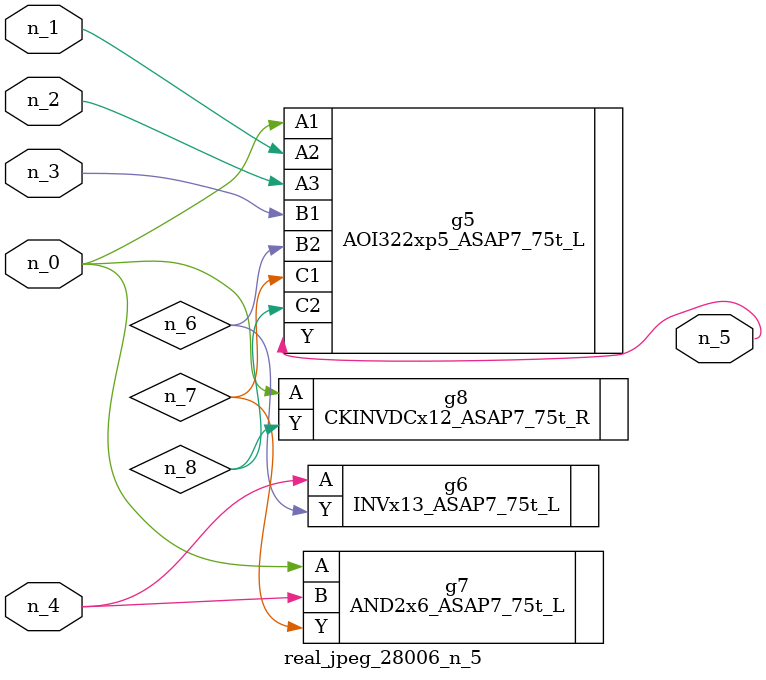
<source format=v>
module real_jpeg_28006_n_5 (n_4, n_0, n_1, n_2, n_3, n_5);

input n_4;
input n_0;
input n_1;
input n_2;
input n_3;

output n_5;

wire n_8;
wire n_6;
wire n_7;

AOI322xp5_ASAP7_75t_L g5 ( 
.A1(n_0),
.A2(n_1),
.A3(n_2),
.B1(n_3),
.B2(n_6),
.C1(n_7),
.C2(n_8),
.Y(n_5)
);

AND2x6_ASAP7_75t_L g7 ( 
.A(n_0),
.B(n_4),
.Y(n_7)
);

CKINVDCx12_ASAP7_75t_R g8 ( 
.A(n_0),
.Y(n_8)
);

INVx13_ASAP7_75t_L g6 ( 
.A(n_4),
.Y(n_6)
);


endmodule
</source>
